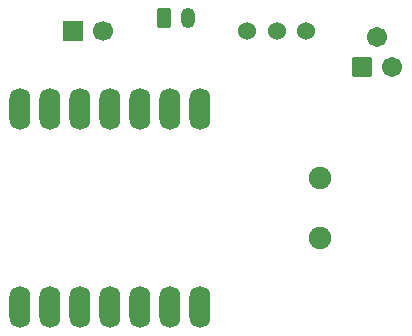
<source format=gbr>
%TF.GenerationSoftware,KiCad,Pcbnew,9.0.6*%
%TF.CreationDate,2026-02-27T13:09:19-08:00*%
%TF.ProjectId,C3_GestureDriver,43335f47-6573-4747-9572-654472697665,rev?*%
%TF.SameCoordinates,Original*%
%TF.FileFunction,Soldermask,Bot*%
%TF.FilePolarity,Negative*%
%FSLAX46Y46*%
G04 Gerber Fmt 4.6, Leading zero omitted, Abs format (unit mm)*
G04 Created by KiCad (PCBNEW 9.0.6) date 2026-02-27 13:09:19*
%MOMM*%
%LPD*%
G01*
G04 APERTURE LIST*
G04 Aperture macros list*
%AMRoundRect*
0 Rectangle with rounded corners*
0 $1 Rounding radius*
0 $2 $3 $4 $5 $6 $7 $8 $9 X,Y pos of 4 corners*
0 Add a 4 corners polygon primitive as box body*
4,1,4,$2,$3,$4,$5,$6,$7,$8,$9,$2,$3,0*
0 Add four circle primitives for the rounded corners*
1,1,$1+$1,$2,$3*
1,1,$1+$1,$4,$5*
1,1,$1+$1,$6,$7*
1,1,$1+$1,$8,$9*
0 Add four rect primitives between the rounded corners*
20,1,$1+$1,$2,$3,$4,$5,0*
20,1,$1+$1,$4,$5,$6,$7,0*
20,1,$1+$1,$6,$7,$8,$9,0*
20,1,$1+$1,$8,$9,$2,$3,0*%
G04 Aperture macros list end*
%ADD10O,1.778000X3.556000*%
%ADD11C,1.905000*%
%ADD12RoundRect,0.250000X-0.350000X-0.625000X0.350000X-0.625000X0.350000X0.625000X-0.350000X0.625000X0*%
%ADD13O,1.200000X1.750000*%
%ADD14C,1.524000*%
%ADD15R,1.700000X1.700000*%
%ADD16C,1.700000*%
%ADD17RoundRect,0.102000X-0.749300X-0.749300X0.749300X-0.749300X0.749300X0.749300X-0.749300X0.749300X0*%
%ADD18C,1.702600*%
G04 APERTURE END LIST*
D10*
%TO.C,U1*%
X52800000Y-144382000D03*
X55340000Y-144382000D03*
X57880000Y-144382000D03*
X60420000Y-144382000D03*
X62960000Y-144382000D03*
X65500000Y-144382000D03*
X68040000Y-144382000D03*
X68040000Y-127618000D03*
X65500000Y-127618000D03*
X62960000Y-127618000D03*
X60420000Y-127618000D03*
X57880000Y-127618000D03*
X55340000Y-127618000D03*
X52800000Y-127618000D03*
D11*
X78200000Y-138540000D03*
X78200000Y-133460000D03*
%TD*%
D12*
%TO.C,J1*%
X65000000Y-119950000D03*
D13*
X67000000Y-119950000D03*
%TD*%
D14*
%TO.C,SW2*%
X72000000Y-121000000D03*
X74500000Y-121000000D03*
X77000000Y-121000000D03*
%TD*%
D15*
%TO.C,J2*%
X57225000Y-121000000D03*
D16*
X59765000Y-121000000D03*
%TD*%
D17*
%TO.C,U3*%
X81738344Y-124083948D03*
D18*
X83008344Y-121543948D03*
X84278344Y-124083948D03*
%TD*%
M02*

</source>
